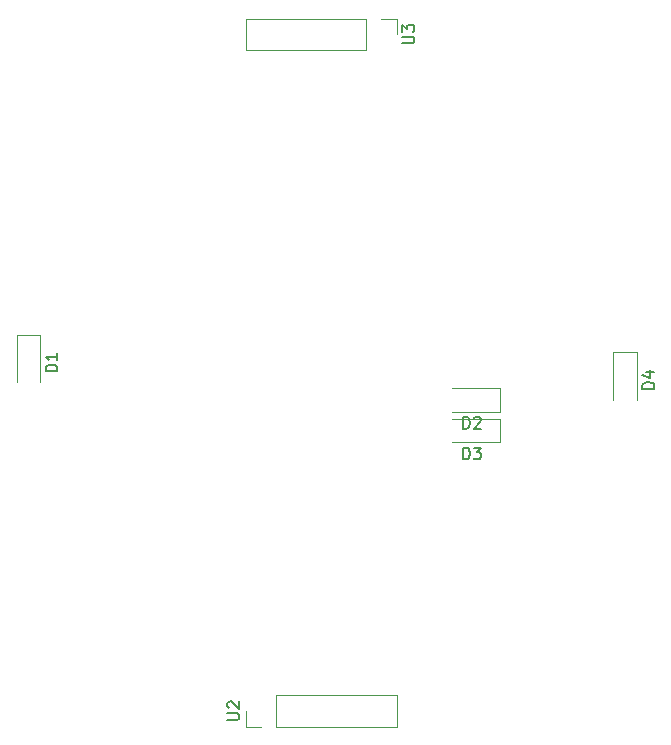
<source format=gbr>
%TF.GenerationSoftware,KiCad,Pcbnew,8.0.0-dirty*%
%TF.CreationDate,2024-04-14T22:52:08-04:00*%
%TF.ProjectId,UltrasonicPCB,556c7472-6173-46f6-9e69-635043422e6b,rev?*%
%TF.SameCoordinates,Original*%
%TF.FileFunction,Legend,Top*%
%TF.FilePolarity,Positive*%
%FSLAX46Y46*%
G04 Gerber Fmt 4.6, Leading zero omitted, Abs format (unit mm)*
G04 Created by KiCad (PCBNEW 8.0.0-dirty) date 2024-04-14 22:52:08*
%MOMM*%
%LPD*%
G01*
G04 APERTURE LIST*
%ADD10C,0.150000*%
%ADD11C,0.120000*%
G04 APERTURE END LIST*
D10*
X154397319Y-100080594D02*
X153397319Y-100080594D01*
X153397319Y-100080594D02*
X153397319Y-99842499D01*
X153397319Y-99842499D02*
X153444938Y-99699642D01*
X153444938Y-99699642D02*
X153540176Y-99604404D01*
X153540176Y-99604404D02*
X153635414Y-99556785D01*
X153635414Y-99556785D02*
X153825890Y-99509166D01*
X153825890Y-99509166D02*
X153968747Y-99509166D01*
X153968747Y-99509166D02*
X154159223Y-99556785D01*
X154159223Y-99556785D02*
X154254461Y-99604404D01*
X154254461Y-99604404D02*
X154349700Y-99699642D01*
X154349700Y-99699642D02*
X154397319Y-99842499D01*
X154397319Y-99842499D02*
X154397319Y-100080594D01*
X153730652Y-98652023D02*
X154397319Y-98652023D01*
X153349700Y-98890118D02*
X154063985Y-99128213D01*
X154063985Y-99128213D02*
X154063985Y-98509166D01*
X133074819Y-70821904D02*
X133884342Y-70821904D01*
X133884342Y-70821904D02*
X133979580Y-70774285D01*
X133979580Y-70774285D02*
X134027200Y-70726666D01*
X134027200Y-70726666D02*
X134074819Y-70631428D01*
X134074819Y-70631428D02*
X134074819Y-70440952D01*
X134074819Y-70440952D02*
X134027200Y-70345714D01*
X134027200Y-70345714D02*
X133979580Y-70298095D01*
X133979580Y-70298095D02*
X133884342Y-70250476D01*
X133884342Y-70250476D02*
X133074819Y-70250476D01*
X133074819Y-69869523D02*
X133074819Y-69250476D01*
X133074819Y-69250476D02*
X133455771Y-69583809D01*
X133455771Y-69583809D02*
X133455771Y-69440952D01*
X133455771Y-69440952D02*
X133503390Y-69345714D01*
X133503390Y-69345714D02*
X133551009Y-69298095D01*
X133551009Y-69298095D02*
X133646247Y-69250476D01*
X133646247Y-69250476D02*
X133884342Y-69250476D01*
X133884342Y-69250476D02*
X133979580Y-69298095D01*
X133979580Y-69298095D02*
X134027200Y-69345714D01*
X134027200Y-69345714D02*
X134074819Y-69440952D01*
X134074819Y-69440952D02*
X134074819Y-69726666D01*
X134074819Y-69726666D02*
X134027200Y-69821904D01*
X134027200Y-69821904D02*
X133979580Y-69869523D01*
X118264819Y-128101904D02*
X119074342Y-128101904D01*
X119074342Y-128101904D02*
X119169580Y-128054285D01*
X119169580Y-128054285D02*
X119217200Y-128006666D01*
X119217200Y-128006666D02*
X119264819Y-127911428D01*
X119264819Y-127911428D02*
X119264819Y-127720952D01*
X119264819Y-127720952D02*
X119217200Y-127625714D01*
X119217200Y-127625714D02*
X119169580Y-127578095D01*
X119169580Y-127578095D02*
X119074342Y-127530476D01*
X119074342Y-127530476D02*
X118264819Y-127530476D01*
X118360057Y-127101904D02*
X118312438Y-127054285D01*
X118312438Y-127054285D02*
X118264819Y-126959047D01*
X118264819Y-126959047D02*
X118264819Y-126720952D01*
X118264819Y-126720952D02*
X118312438Y-126625714D01*
X118312438Y-126625714D02*
X118360057Y-126578095D01*
X118360057Y-126578095D02*
X118455295Y-126530476D01*
X118455295Y-126530476D02*
X118550533Y-126530476D01*
X118550533Y-126530476D02*
X118693390Y-126578095D01*
X118693390Y-126578095D02*
X119264819Y-127149523D01*
X119264819Y-127149523D02*
X119264819Y-126530476D01*
X138211905Y-103454819D02*
X138211905Y-102454819D01*
X138211905Y-102454819D02*
X138450000Y-102454819D01*
X138450000Y-102454819D02*
X138592857Y-102502438D01*
X138592857Y-102502438D02*
X138688095Y-102597676D01*
X138688095Y-102597676D02*
X138735714Y-102692914D01*
X138735714Y-102692914D02*
X138783333Y-102883390D01*
X138783333Y-102883390D02*
X138783333Y-103026247D01*
X138783333Y-103026247D02*
X138735714Y-103216723D01*
X138735714Y-103216723D02*
X138688095Y-103311961D01*
X138688095Y-103311961D02*
X138592857Y-103407200D01*
X138592857Y-103407200D02*
X138450000Y-103454819D01*
X138450000Y-103454819D02*
X138211905Y-103454819D01*
X139164286Y-102550057D02*
X139211905Y-102502438D01*
X139211905Y-102502438D02*
X139307143Y-102454819D01*
X139307143Y-102454819D02*
X139545238Y-102454819D01*
X139545238Y-102454819D02*
X139640476Y-102502438D01*
X139640476Y-102502438D02*
X139688095Y-102550057D01*
X139688095Y-102550057D02*
X139735714Y-102645295D01*
X139735714Y-102645295D02*
X139735714Y-102740533D01*
X139735714Y-102740533D02*
X139688095Y-102883390D01*
X139688095Y-102883390D02*
X139116667Y-103454819D01*
X139116667Y-103454819D02*
X139735714Y-103454819D01*
X138211905Y-106054819D02*
X138211905Y-105054819D01*
X138211905Y-105054819D02*
X138450000Y-105054819D01*
X138450000Y-105054819D02*
X138592857Y-105102438D01*
X138592857Y-105102438D02*
X138688095Y-105197676D01*
X138688095Y-105197676D02*
X138735714Y-105292914D01*
X138735714Y-105292914D02*
X138783333Y-105483390D01*
X138783333Y-105483390D02*
X138783333Y-105626247D01*
X138783333Y-105626247D02*
X138735714Y-105816723D01*
X138735714Y-105816723D02*
X138688095Y-105911961D01*
X138688095Y-105911961D02*
X138592857Y-106007200D01*
X138592857Y-106007200D02*
X138450000Y-106054819D01*
X138450000Y-106054819D02*
X138211905Y-106054819D01*
X139116667Y-105054819D02*
X139735714Y-105054819D01*
X139735714Y-105054819D02*
X139402381Y-105435771D01*
X139402381Y-105435771D02*
X139545238Y-105435771D01*
X139545238Y-105435771D02*
X139640476Y-105483390D01*
X139640476Y-105483390D02*
X139688095Y-105531009D01*
X139688095Y-105531009D02*
X139735714Y-105626247D01*
X139735714Y-105626247D02*
X139735714Y-105864342D01*
X139735714Y-105864342D02*
X139688095Y-105959580D01*
X139688095Y-105959580D02*
X139640476Y-106007200D01*
X139640476Y-106007200D02*
X139545238Y-106054819D01*
X139545238Y-106054819D02*
X139259524Y-106054819D01*
X139259524Y-106054819D02*
X139164286Y-106007200D01*
X139164286Y-106007200D02*
X139116667Y-105959580D01*
X103877319Y-98590594D02*
X102877319Y-98590594D01*
X102877319Y-98590594D02*
X102877319Y-98352499D01*
X102877319Y-98352499D02*
X102924938Y-98209642D01*
X102924938Y-98209642D02*
X103020176Y-98114404D01*
X103020176Y-98114404D02*
X103115414Y-98066785D01*
X103115414Y-98066785D02*
X103305890Y-98019166D01*
X103305890Y-98019166D02*
X103448747Y-98019166D01*
X103448747Y-98019166D02*
X103639223Y-98066785D01*
X103639223Y-98066785D02*
X103734461Y-98114404D01*
X103734461Y-98114404D02*
X103829700Y-98209642D01*
X103829700Y-98209642D02*
X103877319Y-98352499D01*
X103877319Y-98352499D02*
X103877319Y-98590594D01*
X103877319Y-97066785D02*
X103877319Y-97638213D01*
X103877319Y-97352499D02*
X102877319Y-97352499D01*
X102877319Y-97352499D02*
X103020176Y-97447737D01*
X103020176Y-97447737D02*
X103115414Y-97542975D01*
X103115414Y-97542975D02*
X103163033Y-97638213D01*
D11*
%TO.C,D4*%
X150942500Y-96982500D02*
X150942500Y-100992500D01*
X152942500Y-96982500D02*
X150942500Y-96982500D01*
X152942500Y-96982500D02*
X152942500Y-100992500D01*
%TO.C,U3*%
X119800000Y-68730000D02*
X119800000Y-71390000D01*
X130020000Y-68730000D02*
X119800000Y-68730000D01*
X130020000Y-68730000D02*
X130020000Y-71390000D01*
X130020000Y-71390000D02*
X119800000Y-71390000D01*
X131290000Y-68730000D02*
X132620000Y-68730000D01*
X132620000Y-68730000D02*
X132620000Y-70060000D01*
%TO.C,U2*%
X119810000Y-128670000D02*
X119810000Y-127340000D01*
X121140000Y-128670000D02*
X119810000Y-128670000D01*
X122410000Y-126010000D02*
X132630000Y-126010000D01*
X122410000Y-128670000D02*
X122410000Y-126010000D01*
X122410000Y-128670000D02*
X132630000Y-128670000D01*
X132630000Y-128670000D02*
X132630000Y-126010000D01*
%TO.C,D2*%
X141310000Y-100000000D02*
X137300000Y-100000000D01*
X141310000Y-102000000D02*
X137300000Y-102000000D01*
X141310000Y-102000000D02*
X141310000Y-100000000D01*
%TO.C,D3*%
X141310000Y-102600000D02*
X137300000Y-102600000D01*
X141310000Y-104600000D02*
X137300000Y-104600000D01*
X141310000Y-104600000D02*
X141310000Y-102600000D01*
%TO.C,D1*%
X100422500Y-95492500D02*
X100422500Y-99502500D01*
X102422500Y-95492500D02*
X100422500Y-95492500D01*
X102422500Y-95492500D02*
X102422500Y-99502500D01*
%TD*%
M02*

</source>
